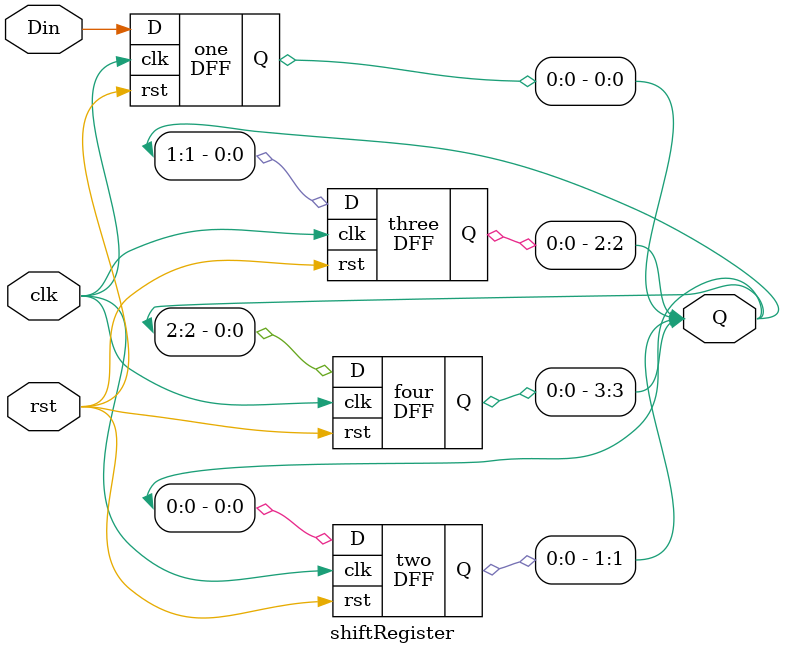
<source format=v>
module DFF(D,clk,rst,Q);
input D,clk,rst;
output reg Q;
always @(posedge clk)
begin
    if(rst)Q<=1'b0;
    else Q<=D;
end
endmodule
module shiftRegister(Din,clk,rst,Q);
input Din,clk,rst;
output [3:0] Q;
DFF one(Din,clk,rst,Q[0]);
DFF two(Q[0],clk,rst,Q[1]);
DFF three(Q[1],clk,rst,Q[2]);
DFF four(Q[2],clk,rst,Q[3]);
endmodule
</source>
